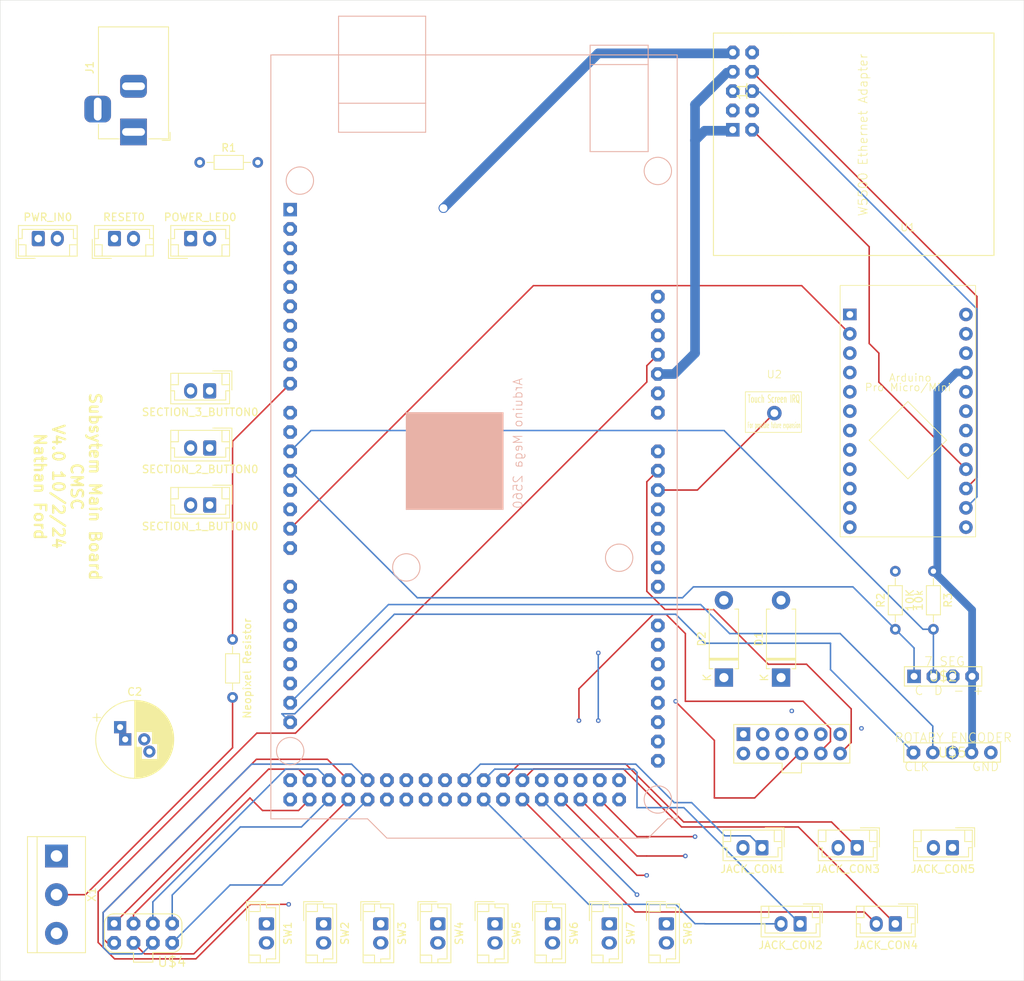
<source format=kicad_pcb>
(kicad_pcb (version 20240108) (generator "pcbnew") (generator_version "8.0")
  (layers (0 "F.Cu" signal) (1 "In1.Cu" signal) (2 "In2.Cu" signal) (31 "B.Cu" signal) (34 "B.Paste" user) (35 "F.Paste" user) (36 "B.SilkS" user "B.Silkscreen") (37 "F.SilkS" user "F.Silkscreen") (38 "B.Mask" user) (39 "F.Mask" user) (44 "Edge.Cuts" user))
  (net 0 "")
  (net 1 "/5V")
  (net 2 "Net-(D1-K)")
  (net 3 "Net-(D2-K)")
  (net 4 "/3V3")
  (net 5 "/RAW_IN")
  (net 7 "GND")
  (net 8 "Net-(JACK_CON1A-S)")
  (net 9 "Net-(JACK_CON1B-S)")
  (net 10 "Net-(JACK_CON2B-S)")
  (net 11 "Net-(JACK_CON2A-S)")
  (net 12 "Net-(JACK_CON3A-S)")
  (net 13 "Net-(JACK_CON3B-S)")
  (net 14 "Net-(JACK_CON4A-S)")
  (net 15 "Net-(JACK_CON4B-S)")
  (net 16 "Net-(JACK_CON5B-S)")
  (net 17 "Net-(JACK_CON5A-S)")
  (net 18 "Net-(POWER_LED0B-S)")
  (net 19 "Net-(R2-Pad1)")
  (net 20 "Net-(R3-Pad2)")
  (net 21 "/RESET")
  (net 22 "Net-(SECTION_1_BUTTON0A-KL)")
  (net 23 "Net-(SECTION_2_BUTTON0A-KL)")
  (net 24 "Net-(SECTION_3_BUTTON0A-KL)")
  (net 25 "Net-(SW1A-S)")
  (net 26 "Net-(SW2A-S)")
  (net 27 "Net-(SW3A-S)")
  (net 28 "Net-(SW4A-S)")
  (net 29 "Net-(SW5A-S)")
  (net 30 "Net-(SW6A-S)")
  (net 31 "Net-(SW7A-S)")
  (net 32 "Net-(SW8A-S)")
  (net 38 "Net-(U1-TXD)")
  (net 39 "/SCK")
  (net 41 "/MOSI")
  (net 45 "/D48")
  (net 48 "/D21")
  (net 49 "Net-(U$1-5V-Pad5V@1)")
  (net 50 "/D53")
  (net 51 "Net-(U$1-PadD25)")
  (net 52 "/D29")
  (net 53 "/MISO")
  (net 55 "Net-(U$1-PadD20)")
  (net 56 "Net-(U$1-PadD28)")
  (net 61 "/D2")
  (net 63 "Net-(U$1-PadD26)")
  (net 64 "Net-(U$1-PadD24)")
  (net 66 "Net-(C1-PadTFT_DC)")
  (net 67 "Net-(U$1-PadD22)")
  (net 68 "Net-(U$1-PadD23)")
  (net 69 "Net-(X1B-KL)")
  (net 77 "/Touch_CS")
  (net 78 "Net-(U2-T_IRQ)")
  (net 83 "Net-(U$1-PadD27)")
  (net 85 "Net-(U1-RXI)")
  (net 100 "Net-(U1-10)")
  (net 101 "Net-(U1-11)")
  (net 102 "Net-(U1-13)")
  (net 103 "Net-(U1-12)")
  (net 107 "Net-(Neopixel Resistor1-Pad1)")
  (footprint "main:7_SEG_DISPLAY" (layer "F.Cu") (at 188.77 125)
    (property "Reference" "U$2")
    (property "Value" "7_SEG_DISPLAY")
  )
  (footprint "Connector_BarrelJack:BarrelJack_Horizontal" (layer "F.Cu") (at 82.5 53.5 -90)
    (property "Reference" "J1")
    (property "Value" "DCJ0303")
  )
  (footprint "Connector_JST:JST_EH_B2B-EH-A_1x02_P2.50mm_Vertical" (layer "F.Cu") (at 137.5 157.5 -90)
    (property "Reference" "SW6")
    (property "Value" "L02P")
  )
  (footprint "Connector_JST:JST_EH_B2B-EH-A_1x02_P2.50mm_Vertical" (layer "F.Cu") (at 122.45 157.5 -90)
    (property "Reference" "SW4")
    (property "Value" "L02P")
  )
  (footprint "Connector_JST:JST_EH_B2B-EH-A_1x02_P2.50mm_Vertical" (layer "F.Cu") (at 99.95 157.5 -90)
    (property "Reference" "SW1")
    (property "Value" "L02P")
  )
  (footprint "Resistor_THT:R_Axial_DIN0204_L3.6mm_D1.6mm_P7.62mm_Horizontal" (layer "F.Cu") (at 182.5 118.81 90)
    (property "Reference" "R2")
    (property "Value" "10K")
  )
  (footprint "Connector_JST:JST_EH_B2B-EH-A_1x02_P2.50mm_Vertical" (layer "F.Cu") (at 90 67.5)
    (property "Reference" "POWER_LED0")
    (property "Value" "L02P")
  )
  (footprint "Connector_JST:JST_EH_B2B-EH-A_1x02_P2.50mm_Vertical" (layer "F.Cu") (at 177.5 147.5 180)
    (property "Reference" "JACK_CON3")
    (property "Value" "L02P")
  )
  (footprint "Connector_JST:JST_EH_B2B-EH-A_1x02_P2.50mm_Vertical" (layer "F.Cu") (at 165 147.5 180)
    (property "Reference" "JACK_CON1")
    (property "Value" "L02P")
  )
  (footprint "Connector_JST:JST_EH_B2B-EH-A_1x02_P2.50mm_Vertical" (layer "F.Cu") (at 92.5 95 180)
    (property "Reference" "SECTION_2_BUTTON0")
    (property "Value" "W237-102")
  )
  (footprint "Connector_JST:JST_EH_B2B-EH-A_1x02_P2.50mm_Vertical" (layer "F.Cu") (at 129.95 157.5 -90)
    (property "Reference" "SW5")
    (property "Value" "L02P")
  )
  (footprint "Connector_JST:JST_EH_B2B-EH-A_1x02_P2.50mm_Vertical" (layer "F.Cu") (at 80 67.5)
    (property "Reference" "RESET0")
    (property "Value" "L02P")
  )
  (footprint "Connector_JST:JST_EH_B2B-EH-A_1x02_P2.50mm_Vertical" (layer "F.Cu") (at 70 67.5)
    (property "Reference" "PWR_IN0")
    (property "Value" "L02P")
  )
  (footprint "main:ETHERNET_ADAPTER" (layer "F.Cu") (at 162.433 48.133 90)
    (property "Reference" "11")
    (property "Value" "~")
  )
  (footprint "Diode_THT:D_DO-15_P10.16mm_Horizontal" (layer "F.Cu") (at 160 125.16 90)
    (property "Reference" "D2")
    (property "Value" "D")
  )
  (footprint "Connector_JST:JST_EH_B2B-EH-A_1x02_P2.50mm_Vertical" (layer "F.Cu") (at 114.95 157.5 -90)
    (property "Reference" "SW3")
    (property "Value" "L02P")
  )
  (footprint "Connector_JST:JST_EH_B2B-EH-A_1x02_P2.50mm_Vertical" (layer "F.Cu") (at 190 147.5 180)
    (property "Reference" "JACK_CON5")
    (property "Value" "L02P")
  )
  (footprint "Resistor_THT:R_Axial_DIN0204_L3.6mm_D1.6mm_P7.62mm_Horizontal" (layer "F.Cu") (at 95.504 120.142 -90)
    (property "Reference" "Neopixel Resistor")
    (property "Value" "350 ohm")
  )
  (footprint "Connector_JST:JST_EH_B2B-EH-A_1x02_P2.50mm_Vertical" (layer "F.Cu") (at 107.45 157.5 -90)
    (property "Reference" "SW2")
    (property "Value" "L02P")
  )
  (footprint "Subsystem Main Extra Symbols:SPI_HEADER_RIBBON_CONNECTOR_V2" (layer "F.Cu") (at 168.91 133.858)
    (property "Reference" "C1" (hide yes))
    (property "Value" "~")
  )
  (footprint "Resistor_THT:R_Axial_DIN0204_L3.6mm_D1.6mm_P7.62mm_Horizontal" (layer "F.Cu") (at 91.19 57.5)
    (property "Reference" "R1")
    (property "Value" "220 ohm")
  )
  (footprint "Connector_JST:JST_EH_B2B-EH-A_1x02_P2.50mm_Vertical" (layer "F.Cu") (at 152.45 157.5 -90)
    (property "Reference" "SW8")
    (property "Value" "L02P")
  )
  (footprint "main:BUTTON_GRID_HEADER_RIBBON_CONNECTOR" (layer "F.Cu") (at 83.77 158.73)
    (property "Reference" "U$4")
    (property "Value" "BUTTON_GRID_HEADER")
  )
  (footprint "Connector_JST:JST_EH_B2B-EH-A_1x02_P2.50mm_Vertical" (layer "F.Cu") (at 144.95 157.5 -90)
    (property "Reference" "SW7")
    (property "Value" "L02P")
  )
  (footprint "TerminalBlock:TerminalBlock_bornier-3_P5.08mm" (layer "F.Cu") (at 72.39 148.59 -90)
    (property "Reference" "X1")
    (property "Value" "W237-103")
  )
  (footprint "main:ARDUINO_MEGA_MIRROR" (layer "F.Cu") (at 128.4685 95.45)
    (property "Reference" "U$1")
    (property "Value" "ARDUINO_MEGAMIRROR")
  )
  (footprint "Subsystem Main Extra Symbols:T_IRQ" (layer "F.Cu") (at 166.624 90.424)
    (property "Reference" "U2")
    (property "Value" "~")
  )
  (footprint "Connector_JST:JST_EH_B2B-EH-A_1x02_P2.50mm_Vertical" (layer "F.Cu") (at 170 157.5 180)
    (property "Reference" "JACK_CON2")
    (property "Value" "L02P")
  )
  (footprint "Capacitor_THT:CP_Radial_D10.0mm_P2.50mm_P5.00mm" (layer "F.Cu") (at 81.411063 133.274)
    (property "Reference" "C2")
    (property "Value" "C_Polarized")
  )
  (footprint "Connector_JST:JST_EH_B2B-EH-A_1x02_P2.50mm_Vertical" (layer "F.Cu") (at 92.5 102.5 180)
    (property "Reference" "SECTION_1_BUTTON0")
    (property "Value" "W237-102")
  )
  (footprint "Subsystem Main Extra Symbols:Arduino Pro Micro (Mini)" (layer "F.Cu") (at 184.15 88.9)
    (property "Reference" "U1")
    (property "Value" "~")
  )
  (footprint "Connector_JST:JST_EH_B2B-EH-A_1x02_P2.50mm_Vertical" (layer "F.Cu") (at 182.5 157.5 180)
    (property "Reference" "JACK_CON4")
    (property "Value" "L02P")
  )
  (footprint "Resistor_THT:R_Axial_DIN0204_L3.6mm_D1.6mm_P7.62mm_Horizontal" (layer "F.Cu") (at 187.5 111.19 -90)
    (property "Reference" "R3")
    (property "Value" "10k")
  )
  (footprint "main:ROTARY_ENCODER" (layer "F.Cu") (at 189.96 135)
    (property "Reference" "U$5")
    (property "Value" "ROTARY_ENCODER")
  )
  (footprint "Connector_JST:JST_EH_B2B-EH-A_1x02_P2.50mm_Vertical" (layer "F.Cu") (at 92.5 87.5 180)
    (property "Reference" "SECTION_3_BUTTON0")
    (property "Value" "W237-102")
  )
  (footprint "Diode_THT:D_DO-15_P10.16mm_Horizontal" (layer "F.Cu") (at 167.5 125.16 90)
    (property "Reference" "D1")
    (property "Value" "D")
  )
  (gr_rect (start 65 36.195) (end 199.39 165) (stroke (width 0.05)) (fill none) (layer "Edge.Cuts"))
  (gr_text "Subsytem Main Board\nCMSC\nV4.0 10/2/24\nNathan Ford" (at 69.342 100.076 -90) (layer "F.SilkS") (effects (font (size 1.5 1.5) (thickness 0.3) (bold yes)) (justify bottom)))
  (via (at 123.19 63.5) (size 1.27) (drill 1.016) (layers "F.Cu" "B.Cu") (net 1))
  (segment (start 143.51 43.18) (end 161.29 43.18) (width 1.27) (layer "B.Cu") (net 1))
  (segment (start 190.512765 85.09) (end 191.77 85.09) (width 1.016) (layer "B.Cu") (net 1))
  (segment (start 188.015 111.705) (end 192.58 116.27) (width 1.016) (layer "B.Cu") (net 1))
  (segment (start 188.015 87.587765) (end 190.512765 85.09) (width 1.016) (layer "B.Cu") (net 1))
  (segment (start 192.58 116.27) (end 192.58 125) (width 1.016) (layer "B.Cu") (net 1))
  (segment (start 188.015 111.705) (end 188.015 87.587765) (width 1.016) (layer "B.Cu") (net 1))
  (segment (start 123.19 63.5) (end 143.51 43.18) (width 1.27) (layer "B.Cu") (net 1))
  (segment (start 187.5 111.19) (end 188.015 111.705) (width 1.016) (layer "B.Cu") (net 1))
  (segment (start 192.58 134.92) (end 192.5 135) (width 0.635) (layer "B.Cu") (net 1))
  (segment (start 192.58 125) (end 192.58 134.92) (width 1.016) (layer "B.Cu") (net 1))
  (segment (start 156.21 82.55) (end 156.21 54.61) (width 1.27) (layer "B.Cu") (net 7))
  (segment (start 160.401 45.72) (end 161.29 45.72) (width 1.27) (layer "B.Cu") (net 7))
  (segment (start 151.3285 85.29) (end 151.13 85.0915) (width 0.2) (layer "B.Cu") (net 7))
  (segment (start 157.48 53.34) (end 161.29 53.34) (width 1.27) (layer "B.Cu") (net 7))
  (segment (start 153.47 85.29) (end 156.21 82.55) (width 1.27) (layer "B.Cu") (net 7))
  (segment (start 153.47 85.29) (end 153.67 85.09) (width 0.2) (layer "B.Cu") (net 7))
  (segment (start 156.21 54.61) (end 157.48 53.34) (width 1.27) (layer "B.Cu") (net 7))
  (segment (start 151.3285 85.29) (end 153.47 85.29) (width 1.27) (layer "B.Cu") (net 7))
  (segment (start 156.21 49.911) (end 160.401 45.72) (width 1.27) (layer "B.Cu") (net 7))
  (segment (start 151.13 85.0915) (end 151.13 85.09) (width 0.2) (layer "B.Cu") (net 7))
  (segment (start 156.21 54.61) (end 156.21 49.911) (width 1.27) (layer "B.Cu") (net 7))
  (segment (start 148.430341 136.5266) (end 128.0319 136.5266) (width 0.2) (layer "B.Cu") (net 8))
  (segment (start 165 147.5) (end 163.4428 145.9428) (width 0.2) (layer "B.Cu") (net 8))
  (segment (start 155.7672 141.5828) (end 153.486541 141.5828) (width 0.2) (layer "B.Cu") (net 8))
  (segment (start 128.0319 136.5266) (end 125.9285 138.63) (width 0.2) (layer "B.Cu") (net 8))
  (segment (start 153.486541 141.5828) (end 148.430341 136.5266) (width 0.2) (layer "B.Cu") (net 8))
  (segment (start 160.1272 145.9428) (end 155.7672 141.5828) (width 0.2) (layer "B.Cu") (net 8))
  (segment (start 163.4428 145.9428) (end 160.1272 145.9428) (width 0.2) (layer "B.Cu") (net 8))
  (segment (start 125.9285 141.17) (end 125.73 140.9715) (width 0.2) (layer "B.Cu") (net 9))
  (segment (start 125.73 140.97) (end 125.73 140.9715) (width 0.2) (layer "B.Cu") (net 9))
  (segment (start 129.9162 142.6162) (end 142.24 154.94) (width 0.2) (layer "B.Cu") (net 10))
  (segment (start 156.21 157.48) (end 157.48 157.48) (width 0.2) (layer "B.Cu") (net 10))
  (segment (start 142.24 154.94) (end 153.67 154.94) (width 0.2) (layer "B.Cu") (net 10))
  (segment (start 129.9147 142.6162) (end 129.9162 142.6162) (width 0.2) (layer "B.Cu") (net 10))
  (segment (start 128.4685 141.17) (end 129.9147 142.6162) (width 0.2) (layer "B.Cu") (net 10))
  (segment (start 153.67 154.94) (end 156.21 157.48) (width 0.2) (layer "B.Cu") (net 10))
  (segment (start 157.48 157.48) (end 157.5 157.5) (width 0.2) (layer "B.Cu") (net 10))
  (segment (start 157.5 157.5) (end 167.5 157.5) (width 0.2) (layer "B.Cu") (net 10))
  (segment (start 148.59 142.24) (end 148.59 137.615681) (width 0.2) (layer "B.Cu") (net 11))
  (segment (start 148.158119 137.1838) (end 129.9147 137.1838) (width 0.2) (layer "B.Cu") (net 11))
  (segment (start 129.9147 137.1838) (end 128.4685 138.63) (width 0.2) (layer "B.Cu") (net 11))
  (segment (start 170 157.5) (end 154.74 142.24) (width 0.2) (layer "B.Cu") (net 11))
  (segment (start 148.59 137.615681) (end 148.158119 137.1838) (width 0.2) (layer "B.Cu") (net 11))
  (segment (start 154.74 142.24) (end 148.59 142.24) (width 0.2) (layer "B.Cu") (net 11))
  (segment (start 154.715958 144.1228) (end 147.095958 136.5028) (width 0.2) (layer "F.Cu") (net 12))
  (segment (start 133.1357 136.5028) (end 131.0085 138.63) (width 0.2) (layer "F.Cu") (net 12))
  (segment (start 174.1228 144.1228) (end 154.715958 144.1228) (width 0.2) (layer "F.Cu") (net 12))
  (segment (start 177.5 147.5) (end 174.1228 144.1228) (width 0.2) (layer "F.Cu") (net 12))
  (segment (start 147.095958 136.5028) (end 133.1357 136.5028) (width 0.2) (layer "F.Cu") (net 12))
  (segment (start 131.0085 141.17) (end 131.0085 141.1685) (width 0.2) (layer "F.Cu") (net 13))
  (segment (start 131.0085 141.1685) (end 130.81 140.97) (width 0.2) (layer "F.Cu") (net 13))
  (segment (start 146.823736 137.16) (end 135.0185 137.16) (width 0.2) (layer "F.Cu") (net 14))
  (segment (start 169.78 144.78) (end 154.443736 144.78) (width 0.2) (layer "F.Cu") (net 14))
  (segment (start 182.5 157.5) (end 169.78 144.78) (width 0.2) (layer "F.Cu") (net 14))
  (segment (start 135.0185 137.16) (end 133.5485 138.63) (width 0.2) (layer "F.Cu") (net 14))
  (segment (start 154.443736 144.78) (end 146.823736 137.16) (width 0.2) (layer "F.Cu") (net 14))
  (segment (start 133.5485 141.17) (end 148.3213 155.9428) (width 0.2) (layer "F.Cu") (net 15))
  (segment (start 178.4428 155.9428) (end 180 157.5) (width 0.2) (layer "F.Cu") (net 15))
  (segment (start 148.3213 155.9428) (end 178.4428 155.9428) (width 0.2) (layer "F.Cu") (net 15))
  (segment (start 187.5 147.5) (end 187.78 147.5) (width 0.2) (layer "F.Cu") (net 16))
  (segment (start 187.78 147.5) (end 187.96 147.32) (width 0.2) (layer "F.Cu") (net 16))
  (via (at 148.59 153.67) (size 0.6) (drill 0.3) (layers "F.Cu" "B.Cu") (net 16))
  (segment (start 148.59 153.67) (end 148.5885 153.67) (width 0.2) (layer "B.Cu") (net 16))
  (segment (start 148.5885 153.67) (end 136.0885 141.17) (width 0.2) (layer "B.Cu") (net 16))
  (segment (start 190 147.5) (end 190.32 147.5) (width 0.2) (layer "B.Cu") (net 17))
  (segment (start 190.32 147.5) (end 190.5 147.32) (width 0.2) (layer "B.Cu") (net 17))
  (segment (start 119.7547 114.6762) (end 154.5638 114.6762) (width 0.2) (layer "B.Cu") (net 19))
  (segment (start 176.9328 113.2428) (end 182.5 118.81) (width 0.2) (layer "B.Cu") (net 19))
  (segment (start 184.96 121.27) (end 184.96 125) (width 0.2) (layer "B.Cu") (net 19))
  (segment (start 103.0685 97.99) (end 119.7547 114.6762) (width 0.2) (layer "B.Cu") (net 19))
  (segment (start 154.5638 114.6762) (end 155.9972 113.2428) (width 0.2) (layer "B.Cu") (net 19))
  (segment (start 155.9972 113.2428) (end 176.9328 113.2428) (width 0.2) (layer "B.Cu") (net 19))
  (segment (start 182.5 118.81) (end 184.96 121.27) (width 0.2) (layer "B.Cu") (net 19))
  (segment (start 187.5 118.81) (end 187.5 125) (width 0.2) (layer "B.Cu") (net 20))
  (segment (start 160.02 92.71) (end 186.12 118.81) (width 0.2) (layer "B.Cu") (net 20))
  (segment (start 186.12 118.81) (end 187.5 118.81) (width 0.2) (layer "B.Cu") (net 20))
  (segment (start 105.8085 92.71) (end 160.02 92.71) (width 0.2) (layer "B.Cu") (net 20))
  (segment (start 103.0685 95.45) (end 105.8085 92.71) (width 0.2) (layer "B.Cu") (net 20))
  (segment (start 137.5 157.5) (end 137.45 157.5) (width 0.2) (layer "F.Cu") (net 30))
  (via (at 143.51 121.92) (size 0.6) (drill 0.3) (layers "F.Cu" "B.Cu") (net 39))
  (via (at 168.91 129.54) (size 0.6) (drill 0.3) (layers "F.Cu" "B.Cu") (net 39))
  (via (at 143.51 130.81) (size 0.6) (drill 0.3) (layers "F.Cu" "B.Cu") (net 39))
  (segment (start 143.51 130.81) (end 143.51 121.92) (width 0.2) (layer "B.Cu") (net 39))
  (segment (start 141.1685 141.17) (end 148.5885 148.59) (width 0.2) (layer "F.Cu") (net 41))
  (segment (start 148.5885 148.59) (end 149.86 148.59) (width 0.2) (layer "F.Cu") (net 41))
  (segment (start 149.86 148.59) (end 154.94 148.59) (width 0.2) (layer "F.Cu") (net 41))
  (via (at 178.054 131.826) (size 0.6) (drill 0.3) (layers "F.Cu" "B.Cu") (net 41))
  (via (at 154.94 148.59) (size 0.6) (drill 0.3) (layers "F.Cu" "B.Cu") (net 41))
  (segment (start 153.67 128.27) (end 153.67 128.335236) (width 0.2) (layer "F.Cu") (net 45))
  (segment (start 153.67 128.335236) (end 158.75 133.415236) (width 0.2) (layer "F.Cu") (net 45))
  (segment (start 158.75 140.97) (end 164.03 140.97) (width 0.2) (layer "F.Cu") (net 45))
  (segment (start 158.75 133.415236) (end 158.75 140.97) (width 0.2) (layer "F.Cu") (net 45))
  (segment (start 164.03 140.97) (end 170 135) (width 0.2) (layer "F.Cu") (net 45))
  (via (at 153.67 128.27) (size 0.6) (drill 0.3) (layers "F.Cu" "B.Cu") (net 45))
  (segment (start 103.667536 129.9162) (end 116.743736 116.84) (width 0.2) (layer "B.Cu") (net 48))
  (segment (start 103.0685 131.01) (end 101.9747 129.9162) (width 0.2) (layer "B.Cu") (net 48))
  (segment (start 157.48 120.65) (end 173.99 120.65) (width 0.2) (layer "B.Cu") (net 48))
  (segment (start 173.99 120.65) (end 173.99 124.11) (width 0.2) (layer "B.Cu") (net 48))
  (segment (start 173.99 124.11) (end 184.88 135) (width 0.2) (layer "B.Cu") (net 48))
  (segment (start 116.743736 116.84) (end 153.67 116.84) (width 0.2) (layer "B.Cu") (net 48))
  (segment (start 153.67 116.84) (end 157.48 120.65) (width 0.2) (layer "B.Cu") (net 48))
  (segment (start 101.9747 129.9162) (end 103.667536 129.9162) (width 0.2) (layer "B.Cu") (net 48))
  (segment (start 149.8823 86.3377) (end 149.8823 84.1962) (width 0.2) (layer "F.Cu") (net 49))
  (segment (start 98.6838 132.4562) (end 103.7638 132.4562) (width 0.2) (layer "F.Cu") (net 49))
  (segment (start 90.684522 162.1034) (end 80.018164 162.1034) (width 0.2) (layer "F.Cu") (net 49))
  (segment (start 149.8823 84.1962) (end 151.3285 82.75) (width 0.2) (layer "F.Cu") (net 49))
  (segment (start 80.018164 162.1034) (end 77.8566 159.941836) (width 0.2) (layer "F.Cu") (net 49))
  (segment (start 102.87 154.94) (end 97.847922 154.94) (width 0.2) (layer "F.Cu") (net 49))
  (segment (start 103.7638 132.4562) (end 149.8823 86.3377) (width 0.2) (layer "F.Cu") (net 49))
  (segment (start 77.8566 153.2834) (end 98.6838 132.4562) (width 0.2) (layer "F.Cu") (net 49))
  (segment (start 77.8566 159.941836) (end 77.8566 153.2834) (width 0.2) (layer "F.Cu") (net 49))
  (segment (start 97.847922 154.94) (end 90.684522 162.1034) (width 0.2) (layer "F.Cu") (net 49))
  (via (at 102.87 154.94) (size 0.6) (drill 0.3) (layers "F.Cu" "B.Cu") (net 49))
  (segment (start 149.86 146.05) (end 156.21 146.05) (width 0.2) (layer "F.Cu") (net 50))
  (segment (start 143.7085 141.17) (end 148.5885 146.05) (width 0.2) (layer "F.Cu") (net 50))
  (segment (start 148.5885 146.05) (end 149.86 146.05) (width 0.2) (layer "F.Cu") (net 50))
  (via (at 156.21 146.05) (size 0.6) (drill 0.3) (layers "F.Cu" "B.Cu") (net 50))
  (segment (start 87.58 157.46) (end 87.58 153.72) (width 0.2) (layer "B.Cu") (net 51))
  (segment (start 87.58 153.72) (end 96.52 144.78) (width 0.2) (layer "B.Cu") (net 51))
  (segment (start 104.5385 144.78) (end 108.1485 141.17) (width 0.2) (layer "B.Cu") (net 51))
  (segment (start 96.52 144.78) (end 104.5385 144.78) (width 0.2) (layer "B.Cu") (net 51))
  (segment (start 95.18 152.4) (end 101.9985 152.4) (width 0.2) (layer "B.Cu") (net 52))
  (segment (start 101.9985 152.4) (end 113.2285 141.17) (width 0.2) (layer "B.Cu") (net 52))
  (segment (start 87.58 160) (end 95.18 152.4) (width 0.2) (layer "B.Cu") (net 52))
  (segment (start 140.97 126.623264) (end 150.729464 116.8638) (width 0.2) (layer "F.Cu") (net 53))
  (segment (start 170.395236 128.27) (end 173.9862 131.860964) (width 0.2) (layer "F.Cu") (net 53))
  (segment (start 140.97 130.81) (end 140.97 126.623264) (width 0.2) (layer "F.Cu") (net 53))
  (segment (start 154.94 128.27) (end 170.395236 128.27) (width 0.2) (layer "F.Cu") (net 53))
  (segment (start 152.4238 116.8638) (end 154.94 119.38) (width 0.2) (layer "F.Cu") (net 53))
  (segment (start 173.9862 133.5538) (end 172.54 135) (width 0.2) (layer "F.Cu") (net 53))
  (segment (start 150.729464 116.8638) (end 152.4238 116.8638) (width 0.2) (layer "F.Cu") (net 53))
  (segment (start 154.94 119.38) (end 154.94 128.27) (width 0.2) (layer "F.Cu") (net 53))
  (segment (start 173.9862 131.860964) (end 173.9862 133.5538) (width 0.2) (layer "F.Cu") (net 53))
  (via (at 140.97 130.81) (size 0.6) (drill 0.3) (layers "F.Cu" "B.Cu") (net 53))
  (segment (start 103.0685 128.47) (end 115.9685 115.57) (width 0.2) (layer "B.Cu") (net 55))
  (segment (start 175.26 119.38) (end 187.42 131.54) (width 0.2) (layer "B.Cu") (net 55))
  (segment (start 115.9685 115.57) (end 156.944943 115.57) (width 0.2) (layer "B.Cu") (net 55))
  (segment (start 156.944943 115.57) (end 160.754943 119.38) (width 0.2) (layer "B.Cu") (net 55))
  (segment (start 187.42 131.54) (end 187.42 135) (width 0.2) (layer "B.Cu") (net 55))
  (segment (start 160.754943 119.38) (end 175.26 119.38) (width 0.2) (layer "B.Cu") (net 55))
  (segment (start 98.001 136.5266) (end 111.1251 136.5266) (width 0.2) (layer "B.Cu") (net 56))
  (segment (start 111.1251 136.5266) (end 113.2285 138.63) (width 0.2) (layer "B.Cu") (net 56))
  (segment (start 83.5938 161.4462) (end 79.360964 161.4462) (width 0.2) (layer "B.Cu") (net 56))
  (segment (start 78.5138 156.0138) (end 98.001 136.5266) (width 0.2) (layer "B.Cu") (net 56))
  (segment (start 78.5138 160.599036) (end 78.5138 156.0138) (width 0.2) (layer "B.Cu") (net 56))
  (segment (start 79.360964 161.4462) (end 78.5138 160.599036) (width 0.2) (layer "B.Cu") (net 56))
  (segment (start 85.04 160) (end 83.5938 161.4462) (width 0.2) (layer "B.Cu") (net 56))
  (segment (start 162.56 135.18) (end 162.38 135) (width 0.2) (layer "F.Cu") (net 61))
  (segment (start 162.56 135.18) (end 162.56 135.89) (width 0.2) (layer "F.Cu") (net 61))
  (segment (start 107.9485 135.89) (end 110.6885 138.63) (width 0.2) (layer "F.Cu") (net 63))
  (segment (start 78.5138 159.4428) (end 78.5138 156.0138) (width 0.2) (layer "F.Cu") (net 63))
  (segment (start 78.5138 156.0138) (end 98.6376 135.89) (width 0.2) (layer "F.Cu") (net 63))
  (segment (start 79.071 160) (end 78.5138 159.4428) (width 0.2) (layer "F.Cu") (net 63))
  (segment (start 98.6376 135.89) (end 107.9485 135.89) (width 0.2) (layer "F.Cu") (net 63))
  (segment (start 79.96 160) (end 79.071 160) (width 0.2) (layer "F.Cu") (net 63))
  (segment (start 79.99 160) (end 80.01 160.02) (width 0.2) (layer "B.Cu") (net 63))
  (segment (start 79.99 160) (end 79.96 160) (width 0.2) (layer "B.Cu") (net 63))
  (segment (start 85.07 157.46) (end 85.09 157.48) (width 0.2) (layer "F.Cu") (net 64))
  (segment (start 85.07 157.46) (end 85.04 157.46) (width 0.2) (layer "F.Cu") (net 64))
  (segment (start 85.04 157.46) (end 85.04 154.613264) (width 0.2) (layer "B.Cu") (net 64))
  (segment (start 106.7023 137.1838) (end 108.1485 138.63) (width 0.2) (layer "B.Cu") (net 64))
  (segment (start 85.04 154.613264) (end 102.469464 137.1838) (width 0.2) (layer "B.Cu") (net 64))
  (segment (start 102.469464 137.1838) (end 106.7023 137.1838) (width 0.2) (layer "B.Cu") (net 64))
  (segment (start 148.5885 151.13) (end 149.86 151.13) (width 0.2) (layer "F.Cu") (net 66))
  (segment (start 138.6285 141.17) (end 148.5885 151.13) (width 0.2) (layer "F.Cu") (net 66))
  (via (at 149.86 151.13) (size 0.6) (drill 0.3) (layers "F.Cu" "B.Cu") (net 66))
  (segment (start 79.96 157.46) (end 79.99 157.46) (width 0.2) (layer "F.Cu") (net 67))
  (segment (start 104.1623 137.1838) (end 105.6085 138.63) (width 0.2) (layer "F.Cu") (net 67))
  (segment (start 79.99 157.46) (end 80.01 157.48) (width 0.2) (layer "F.Cu") (net 67))
  (segment (start 100.2362 137.1838) (end 104.1623 137.1838) (width 0.2) (layer "F.Cu") (net 67))
  (segment (start 79.96 157.46) (end 100.2362 137.1838) (width 0.2) (layer "F.Cu") (net 67))
  (segment (start 99.4362 142.6162) (end 104.1623 142.6162) (width 0.2) (layer "F.Cu") (net 68))
  (segment (start 104.1623 142.6162) (end 105.6085 141.17) (width 0.2) (layer "F.Cu") (net 68))
  (segment (start 82.5 157.46) (end 82.5 156.26) (width 0.2) (layer "F.Cu") (net 68))
  (segment (start 97.79 140.97) (end 99.4362 142.6162) (width 0.2) (layer "F.Cu") (net 68))
  (segment (start 82.5 156.26) (end 97.79 140.97) (width 0.2) (layer "F.Cu") (net 68))
  (segment (start 95.504 134.366) (end 95.504 127.762) (width 0.2) (layer "F.Cu") (net 69))
  (segment (start 76.2 153.67) (end 95.504 134.366) (width 0.2) (layer "F.Cu") (net 69))
  (segment (start 72.39 153.67) (end 76.2 153.67) (width 0.2) (layer "F.Cu") (net 69))
  (segment (start 151.3285 97.99) (end 149.8823 99.4362) (width 0.2) (layer "F.Cu") (net 77))
  (segment (start 149.8823 113.829036) (end 152.259864 116.2066) (width 0.2) (layer "F.Cu") (net 77))
  (segment (start 149.8823 99.4362) (end 149.8823 113.829036) (width 0.2) (layer "F.Cu") (net 77))
  (segment (start 165.8208 123.4028) (end 170.843064 123.4028) (width 0.2) (layer "F.Cu") (net 77))
  (segment (start 176.7062 129.265936) (end 176.7062 133.6818) (width 0.2) (layer "F.Cu") (net 77))
  (segment (start 158.6246 116.2066) (end 165.8208 123.4028) (width 0.2) (layer "F.Cu") (net 77))
  (segment (start 176.7062 133.6818) (end 175.26 135.128) (width 0.2) (layer "F.Cu") (net 77))
  (segment (start 152.259864 116.2066) (end 158.6246 116.2066) (width 0.2) (layer "F.Cu") (net 77))
  (segment (start 170.843064 123.4028) (end 176.7062 129.265936) (width 0.2) (layer "F.Cu") (net 77))
  (segment (start 151.3285 100.53) (end 156.518 100.53) (width 0.2) (layer "F.Cu") (net 78))
  (segment (start 156.518 100.53) (end 166.624 90.424) (width 0.2) (layer "F.Cu") (net 78))
  (segment (start 83.9462 161.4462) (end 90.4123 161.4462) (width 0.2) (layer "F.Cu") (net 83))
  (segment (start 82.5 160) (end 83.9462 161.4462) (width 0.2) (layer "F.Cu") (net 83))
  (segment (start 90.4123 161.4462) (end 110.6885 141.17) (width 0.2) (layer "F.Cu") (net 83))
  (segment (start 134.9947 73.6838) (end 170.2038 73.6838) (width 0.2) (layer "F.Cu") (net 85))
  (segment (start 170.2038 73.6838) (end 176.53 80.01) (width 0.2) (layer "F.Cu") (net 85))
  (segment (start 103.0685 105.61) (end 134.9947 73.6838) (width 0.2) (layer "F.Cu") (net 85))
  (segment (start 164.719 48.26) (end 193.2162 76.7572) (width 0.2) (layer "B.Cu") (net 101))
  (segment (start 193.2162 76.7572) (end 193.2162 101.4238) (width 0.2) (layer "B.Cu") (net 101))
  (segment (start 163.83 48.26) (end 164.719 48.26) (width 0.2) (layer "B.Cu") (net 101))
  (segment (start 193.2162 101.4238) (end 191.77 102.87) (width 0.2) (layer "B.Cu") (net 101))
  (segment (start 180.34 82.55) (end 180.34 86.36) (width 0.2) (layer "F.Cu") (net 102))
  (segment (start 180.34 86.36) (end 191.77 97.79) (width 0.2) (layer "F.Cu") (net 102))
  (segment (start 179.07 81.28) (end 180.34 82.55) (width 0.2) (layer "F.Cu") (net 102))
  (segment (start 163.83 53.34) (end 179.07 68.58) (width 0.2) (layer "F.Cu") (net 102))
  (segment (start 179.07 68.58) (end 179.07 81.28) (width 0.2) (layer "F.Cu") (net 102))
  (segment (start 193.2162 75.1062) (end 163.83 45.72) (width 0.2) (layer "F.Cu") (net 103))
  (segment (start 191.77 100.33) (end 193.2162 98.8838) (width 0.2) (layer "F.Cu") (net 103))
  (segment (start 193.2162 98.8838) (end 193.2162 75.1062) (width 0.2) (layer "F.Cu") (net 103))
  (segment (start 95.504 120.142) (end 95.504 94.1245) (width 0.2) (layer "F.Cu") (net 107))
  (segment (start 101.9985 87.63) (end 103.0685 86.56) (width 0.2) (layer "F.Cu") (net 107))
  (segment (start 95.504 94.1245) (end 103.0685 86.56) (width 0.2) (layer "F.Cu") (net 107))
)
</source>
